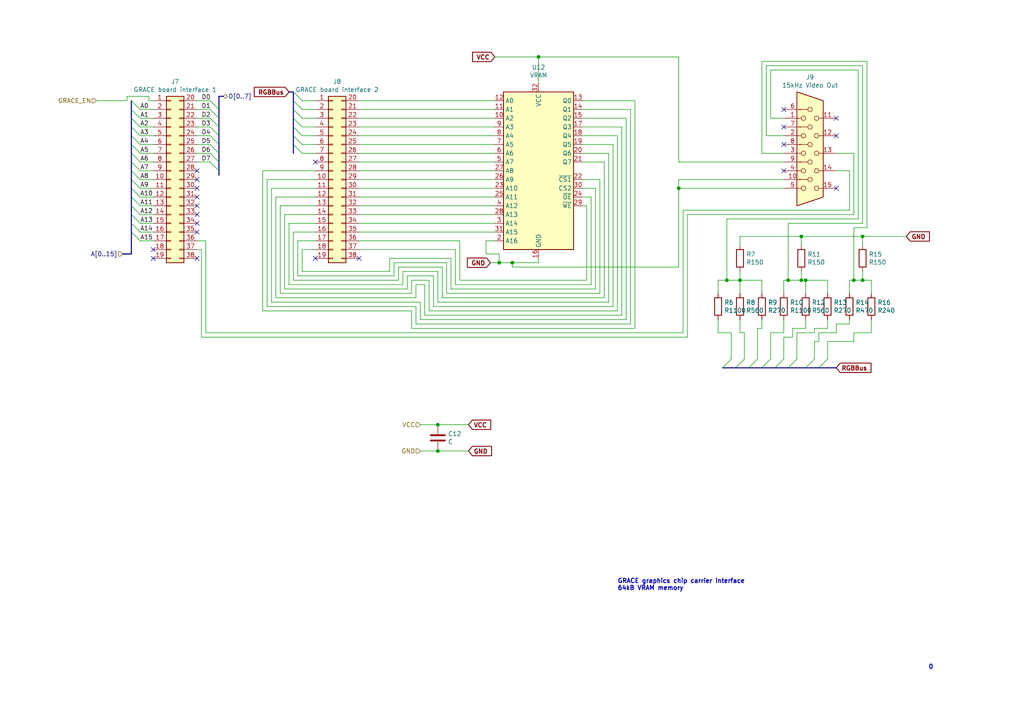
<source format=kicad_sch>
(kicad_sch (version 20231120) (generator "eeschema") (generator_version "8.0")
  (paper "A4")
  (lib_symbols
    (symbol "Connector_Generic:Conn_02x19_Top_Bottom" (pin_names (offset 1.016) hide)
      (property "Reference" "J" (at 1.27 25.4 0))
      (property "Value" "Conn_02x19_Top_Bottom" (at 1.27 -25.4 0))
      (symbol "Conn_02x19_Top_Bottom_1_1"
        (rectangle (start -1.27 -22.733) (end 0 -22.987) (stroke (width 0.1524)))
        (rectangle (start -1.27 -20.193) (end 0 -20.447) (stroke (width 0.1524)))
        (rectangle (start -1.27 -17.653) (end 0 -17.907) (stroke (width 0.1524)))
        (rectangle (start -1.27 -15.113) (end 0 -15.367) (stroke (width 0.1524)))
        (rectangle (start -1.27 -12.573) (end 0 -12.827) (stroke (width 0.1524)))
        (rectangle (start -1.27 -10.033) (end 0 -10.287) (stroke (width 0.1524)))
        (rectangle (start -1.27 -7.493) (end 0 -7.747) (stroke (width 0.1524)))
        (rectangle (start -1.27 -4.953) (end 0 -5.207) (stroke (width 0.1524)))
        (rectangle (start -1.27 -2.413) (end 0 -2.667) (stroke (width 0.1524)))
        (rectangle (start -1.27 0.127) (end 0 -0.127) (stroke (width 0.1524)))
        (rectangle (start -1.27 2.667) (end 0 2.413) (stroke (width 0.1524)))
        (rectangle (start -1.27 5.207) (end 0 4.953) (stroke (width 0.1524)))
        (rectangle (start -1.27 7.747) (end 0 7.493) (stroke (width 0.1524)))
        (rectangle (start -1.27 10.287) (end 0 10.033) (stroke (width 0.1524)))
        (rectangle (start -1.27 12.827) (end 0 12.573) (stroke (width 0.1524)))
        (rectangle (start -1.27 15.367) (end 0 15.113) (stroke (width 0.1524)))
        (rectangle (start -1.27 17.907) (end 0 17.653) (stroke (width 0.1524)))
        (rectangle (start -1.27 20.447) (end 0 20.193) (stroke (width 0.1524)))
        (rectangle (start -1.27 22.987) (end 0 22.733) (stroke (width 0.1524)))
        (rectangle (start -1.27 24.13) (end 3.81 -24.13) (stroke (width 0.254)) (fill (type background)))
        (rectangle (start 3.81 -22.733) (end 2.54 -22.987) (stroke (width 0.1524)))
        (rectangle (start 3.81 -20.193) (end 2.54 -20.447) (stroke (width 0.1524)))
        (rectangle (start 3.81 -17.653) (end 2.54 -17.907) (stroke (width 0.1524)))
        (rectangle (start 3.81 -15.113) (end 2.54 -15.367) (stroke (width 0.1524)))
        (rectangle (start 3.81 -12.573) (end 2.54 -12.827) (stroke (width 0.1524)))
        (rectangle (start 3.81 -10.033) (end 2.54 -10.287) (stroke (width 0.1524)))
        (rectangle (start 3.81 -7.493) (end 2.54 -7.747) (stroke (width 0.1524)))
        (rectangle (start 3.81 -4.953) (end 2.54 -5.207) (stroke (width 0.1524)))
        (rectangle (start 3.81 -2.413) (end 2.54 -2.667) (stroke (width 0.1524)))
        (rectangle (start 3.81 0.127) (end 2.54 -0.127) (stroke (width 0.1524)))
        (rectangle (start 3.81 2.667) (end 2.54 2.413) (stroke (width 0.1524)))
        (rectangle (start 3.81 5.207) (end 2.54 4.953) (stroke (width 0.1524)))
        (rectangle (start 3.81 7.747) (end 2.54 7.493) (stroke (width 0.1524)))
        (rectangle (start 3.81 10.287) (end 2.54 10.033) (stroke (width 0.1524)))
        (rectangle (start 3.81 12.827) (end 2.54 12.573) (stroke (width 0.1524)))
        (rectangle (start 3.81 15.367) (end 2.54 15.113) (stroke (width 0.1524)))
        (rectangle (start 3.81 17.907) (end 2.54 17.653) (stroke (width 0.1524)))
        (rectangle (start 3.81 20.447) (end 2.54 20.193) (stroke (width 0.1524)))
        (rectangle (start 3.81 22.987) (end 2.54 22.733) (stroke (width 0.1524)))
        (pin passive line (at -5.08 22.86 0) (length 3.81) (name "Pin_1") (number "1"))
        (pin passive line (at -5.08 0 0) (length 3.81) (name "Pin_10") (number "10"))
        (pin passive line (at -5.08 -2.54 0) (length 3.81) (name "Pin_11") (number "11"))
        (pin passive line (at -5.08 -5.08 0) (length 3.81) (name "Pin_12") (number "12"))
        (pin passive line (at -5.08 -7.62 0) (length 3.81) (name "Pin_13") (number "13"))
        (pin passive line (at -5.08 -10.16 0) (length 3.81) (name "Pin_14") (number "14"))
        (pin passive line (at -5.08 -12.7 0) (length 3.81) (name "Pin_15") (number "15"))
        (pin passive line (at -5.08 -15.24 0) (length 3.81) (name "Pin_16") (number "16"))
        (pin passive line (at -5.08 -17.78 0) (length 3.81) (name "Pin_17") (number "17"))
        (pin passive line (at -5.08 -20.32 0) (length 3.81) (name "Pin_18") (number "18"))
        (pin passive line (at -5.08 -22.86 0) (length 3.81) (name "Pin_19") (number "19"))
        (pin passive line (at -5.08 20.32 0) (length 3.81) (name "Pin_2") (number "2"))
        (pin passive line (at 7.62 22.86 180) (length 3.81) (name "Pin_20") (number "20"))
        (pin passive line (at 7.62 20.32 180) (length 3.81) (name "Pin_21") (number "21"))
        (pin passive line (at 7.62 17.78 180) (length 3.81) (name "Pin_22") (number "22"))
        (pin passive line (at 7.62 15.24 180) (length 3.81) (name "Pin_23") (number "23"))
        (pin passive line (at 7.62 12.7 180) (length 3.81) (name "Pin_24") (number "24"))
        (pin passive line (at 7.62 10.16 180) (length 3.81) (name "Pin_25") (number "25"))
        (pin passive line (at 7.62 7.62 180) (length 3.81) (name "Pin_26") (number "26"))
        (pin passive line (at 7.62 5.08 180) (length 3.81) (name "Pin_27") (number "27"))
        (pin passive line (at 7.62 2.54 180) (length 3.81) (name "Pin_28") (number "28"))
        (pin passive line (at 7.62 0 180) (length 3.81) (name "Pin_29") (number "29"))
        (pin passive line (at -5.08 17.78 0) (length 3.81) (name "Pin_3") (number "3"))
        (pin passive line (at 7.62 -2.54 180) (length 3.81) (name "Pin_30") (number "30"))
        (pin passive line (at 7.62 -5.08 180) (length 3.81) (name "Pin_31") (number "31"))
        (pin passive line (at 7.62 -7.62 180) (length 3.81) (name "Pin_32") (number "32"))
        (pin passive line (at 7.62 -10.16 180) (length 3.81) (name "Pin_33") (number "33"))
        (pin passive line (at 7.62 -12.7 180) (length 3.81) (name "Pin_34") (number "34"))
        (pin passive line (at 7.62 -15.24 180) (length 3.81) (name "Pin_35") (number "35"))
        (pin passive line (at 7.62 -17.78 180) (length 3.81) (name "Pin_36") (number "36"))
        (pin passive line (at 7.62 -20.32 180) (length 3.81) (name "Pin_37") (number "37"))
        (pin passive line (at 7.62 -22.86 180) (length 3.81) (name "Pin_38") (number "38"))
        (pin passive line (at -5.08 15.24 0) (length 3.81) (name "Pin_4") (number "4"))
        (pin passive line (at -5.08 12.7 0) (length 3.81) (name "Pin_5") (number "5"))
        (pin passive line (at -5.08 10.16 0) (length 3.81) (name "Pin_6") (number "6"))
        (pin passive line (at -5.08 7.62 0) (length 3.81) (name "Pin_7") (number "7"))
        (pin passive line (at -5.08 5.08 0) (length 3.81) (name "Pin_8") (number "8"))
        (pin passive line (at -5.08 2.54 0) (length 3.81) (name "Pin_9") (number "9"))
      )
    )
    (symbol "Device:C" (pin_numbers hide) (pin_names (offset 0.254))
      (property "Reference" "C" (at 0.635 2.54 0))
      (property "Value" "C" (at 0.635 -2.54 0))
      (symbol "C_0_1"
        (polyline (pts (xy -2.032 -0.762) (xy 2.032 -0.762)) (stroke (width 0.508)))
        (polyline (pts (xy -2.032 0.762) (xy 2.032 0.762)) (stroke (width 0.508)))
      )
      (symbol "C_1_1"
        (pin passive line (at 0 3.81 270) (length 2.794) (name "~") (number "1"))
        (pin passive line (at 0 -3.81 90) (length 2.794) (name "~") (number "2"))
      )
    )
    (symbol "Device:R" (pin_numbers hide) (pin_names (offset 0))
      (property "Reference" "R" (at 2.032 0 90))
      (property "Value" "R" (at 0 0 90))
      (symbol "R_0_1"
        (rectangle (start -1.016 -2.54) (end 1.016 2.54) (stroke (width 0.254)))
      )
      (symbol "R_1_1"
        (pin passive line (at 0 3.81 270) (length 1.27) (name "~") (number "1"))
        (pin passive line (at 0 -3.81 90) (length 1.27) (name "~") (number "2"))
      )
    )
    (symbol "Memory_RAM:628128_DIP32_SSOP32"
      (property "Reference" "U" (at -10.16 23.495 0))
      (property "Value" "628128_DIP32_SSOP32" (at 2.54 23.495 0))
      (symbol "628128_DIP32_SSOP32_0_0"
        (pin power_in line (at 0 -25.4 90) (length 2.54) (name "GND") (number "16"))
        (pin power_in line (at 0 25.4 270) (length 2.54) (name "VCC") (number "32"))
      )
      (symbol "628128_DIP32_SSOP32_0_1"
        (rectangle (start -10.16 22.86) (end 10.16 -22.86) (stroke (width 0.254)) (fill (type background)))
      )
      (symbol "628128_DIP32_SSOP32_1_1"
        (pin no_connect line (at 10.16 -20.32 180) (length 2.54) hide (name "NC") (number "1"))
        (pin input line (at -12.7 15.24 0) (length 2.54) (name "A2") (number "10"))
        (pin input line (at -12.7 17.78 0) (length 2.54) (name "A1") (number "11"))
        (pin input line (at -12.7 20.32 0) (length 2.54) (name "A0") (number "12"))
        (pin tri_state line (at 12.7 20.32 180) (length 2.54) (name "Q0") (number "13"))
        (pin tri_state line (at 12.7 17.78 180) (length 2.54) (name "Q1") (number "14"))
        (pin tri_state line (at 12.7 15.24 180) (length 2.54) (name "Q2") (number "15"))
        (pin tri_state line (at 12.7 12.7 180) (length 2.54) (name "Q3") (number "17"))
        (pin tri_state line (at 12.7 10.16 180) (length 2.54) (name "Q4") (number "18"))
        (pin tri_state line (at 12.7 7.62 180) (length 2.54) (name "Q5") (number "19"))
        (pin input line (at -12.7 -20.32 0) (length 2.54) (name "A16") (number "2"))
        (pin tri_state line (at 12.7 5.08 180) (length 2.54) (name "Q6") (number "20"))
        (pin tri_state line (at 12.7 2.54 180) (length 2.54) (name "Q7") (number "21"))
        (pin input line (at 12.7 -2.54 180) (length 2.54) (name "~{CS1}") (number "22"))
        (pin input line (at -12.7 -5.08 0) (length 2.54) (name "A10") (number "23"))
        (pin input line (at 12.7 -7.62 180) (length 2.54) (name "~{OE}") (number "24"))
        (pin input line (at -12.7 -7.62 0) (length 2.54) (name "A11") (number "25"))
        (pin input line (at -12.7 -2.54 0) (length 2.54) (name "A9") (number "26"))
        (pin input line (at -12.7 0 0) (length 2.54) (name "A8") (number "27"))
        (pin input line (at -12.7 -12.7 0) (length 2.54) (name "A13") (number "28"))
        (pin input line (at 12.7 -10.16 180) (length 2.54) (name "~{WE}") (number "29"))
        (pin input line (at -12.7 -15.24 0) (length 2.54) (name "A14") (number "3"))
        (pin input line (at 12.7 -5.08 180) (length 2.54) (name "CS2") (number "30"))
        (pin input line (at -12.7 -17.78 0) (length 2.54) (name "A15") (number "31"))
        (pin input line (at -12.7 -10.16 0) (length 2.54) (name "A12") (number "4"))
        (pin input line (at -12.7 2.54 0) (length 2.54) (name "A7") (number "5"))
        (pin input line (at -12.7 5.08 0) (length 2.54) (name "A6") (number "6"))
        (pin input line (at -12.7 7.62 0) (length 2.54) (name "A5") (number "7"))
        (pin input line (at -12.7 10.16 0) (length 2.54) (name "A4") (number "8"))
        (pin input line (at -12.7 12.7 0) (length 2.54) (name "A3") (number "9"))
      )
    )
    (symbol "Prometheus-rescue:DB15_Female_HighDensity-Connector" (pin_names (offset 1.016) hide)
      (property "Reference" "J" (at 0 21.59 0))
      (property "Value" "Connector_DB15_Female_HighDensity" (at 0 19.05 0))
      (symbol "DB15_Female_HighDensity-Connector_0_1"
        (circle (center -1.905 -10.16) (radius 0.635))
        (circle (center -1.905 -5.08) (radius 0.635))
        (circle (center -1.905 0) (radius 0.635))
        (circle (center -1.905 5.08) (radius 0.635))
        (circle (center -1.905 10.16) (radius 0.635))
        (circle (center 0 -7.62) (radius 0.635))
        (circle (center 0 -2.54) (radius 0.635))
        (polyline (pts (xy -3.175 7.62) (xy -0.635 7.62)))
        (polyline (pts (xy -0.635 -7.62) (xy -3.175 -7.62)))
        (polyline (pts (xy -0.635 -2.54) (xy -3.175 -2.54)))
        (polyline (pts (xy -0.635 2.54) (xy -3.175 2.54)))
        (polyline (pts (xy -0.635 12.7) (xy -3.175 12.7)))
        (polyline (pts (xy -3.81 17.78) (xy -3.81 -15.24) (xy 3.81 -12.7) (xy 3.81 15.24) (xy -3.81 17.78)) (stroke (width 0.254)) (fill (type background)))
        (circle (center 0 2.54) (radius 0.635))
        (circle (center 0 7.62) (radius 0.635))
        (circle (center 0 12.7) (radius 0.635))
        (circle (center 1.905 -10.16) (radius 0.635))
        (circle (center 1.905 -5.08) (radius 0.635))
        (circle (center 1.905 0) (radius 0.635))
        (circle (center 1.905 5.08) (radius 0.635))
        (circle (center 1.905 10.16) (radius 0.635))
      )
      (symbol "DB15_Female_HighDensity-Connector_1_1"
        (pin passive line (at -7.62 10.16 0) (length 5.08) (name "~") (number "1"))
        (pin passive line (at -7.62 -7.62 0) (length 5.08) (name "~") (number "10"))
        (pin passive line (at 7.62 10.16 180) (length 5.08) (name "~") (number "11"))
        (pin passive line (at 7.62 5.08 180) (length 5.08) (name "~") (number "12"))
        (pin passive line (at 7.62 0 180) (length 5.08) (name "~") (number "13"))
        (pin passive line (at 7.62 -5.08 180) (length 5.08) (name "~") (number "14"))
        (pin passive line (at 7.62 -10.16 180) (length 5.08) (name "~") (number "15"))
        (pin passive line (at -7.62 5.08 0) (length 5.08) (name "~") (number "2"))
        (pin passive line (at -7.62 0 0) (length 5.08) (name "~") (number "3"))
        (pin passive line (at -7.62 -5.08 0) (length 5.08) (name "~") (number "4"))
        (pin passive line (at -7.62 -10.16 0) (length 5.08) (name "~") (number "5"))
        (pin passive line (at -7.62 12.7 0) (length 5.08) (name "~") (number "6"))
        (pin passive line (at -7.62 7.62 0) (length 5.08) (name "~") (number "7"))
        (pin passive line (at -7.62 2.54 0) (length 5.08) (name "~") (number "8"))
        (pin passive line (at -7.62 -2.54 0) (length 5.08) (name "~") (number "9"))
      )
    )
  )
  (junction (at 196.85 54.61))
  (junction (at 250.19 81.28))
  (junction (at 228.6 81.28))
  (junction (at 148.59 76.2))
  (junction (at 232.41 68.58))
  (junction (at 250.19 68.58))
  (junction (at 210.82 81.28))
  (junction (at 127 123.19))
  (junction (at 127 130.81))
  (junction (at 144.78 76.2))
  (junction (at 156.21 16.51))
  (junction (at 247.65 81.28))
  (junction (at 232.41 81.28))
  (junction (at 233.68 81.28))
  (junction (at 214.63 81.28))
  (no_connect (at 242.57 54.61))
  (no_connect (at 57.15 62.23))
  (no_connect (at 44.45 72.39))
  (no_connect (at 242.57 34.29))
  (no_connect (at 57.15 59.69))
  (no_connect (at 91.44 74.93))
  (no_connect (at 227.33 41.91))
  (no_connect (at 227.33 36.83))
  (no_connect (at 91.44 46.99))
  (no_connect (at 57.15 54.61))
  (no_connect (at 227.33 49.53))
  (no_connect (at 57.15 64.77))
  (no_connect (at 57.15 74.93))
  (no_connect (at 57.15 67.31))
  (no_connect (at 44.45 74.93))
  (no_connect (at 242.57 39.37))
  (no_connect (at 57.15 52.07))
  (no_connect (at 104.14 74.93))
  (no_connect (at 57.15 57.15))
  (no_connect (at 227.33 31.75))
  (no_connect (at 57.15 49.53))
  (bus_entry (at 38.1 46.99) (size 2.54 2.54))
  (bus_entry (at 60.96 46.99) (size 2.54 2.54))
  (bus_entry (at 85.09 29.21) (size 2.54 2.54))
  (bus_entry (at 38.1 52.07) (size 2.54 2.54))
  (bus_entry (at 85.09 34.29) (size 2.54 2.54))
  (bus_entry (at 60.96 36.83) (size 2.54 2.54))
  (bus_entry (at 38.1 39.37) (size 2.54 2.54))
  (bus_entry (at 60.96 34.29) (size 2.54 2.54))
  (bus_entry (at 38.1 36.83) (size 2.54 2.54))
  (bus_entry (at 38.1 34.29) (size 2.54 2.54))
  (bus_entry (at 38.1 57.15) (size 2.54 2.54))
  (bus_entry (at 60.96 39.37) (size 2.54 2.54))
  (bus_entry (at 217.17 106.68) (size 2.54 -2.54))
  (bus_entry (at 85.09 31.75) (size 2.54 2.54))
  (bus_entry (at 38.1 41.91) (size 2.54 2.54))
  (bus_entry (at 220.98 106.68) (size 2.54 -2.54))
  (bus_entry (at 38.1 29.21) (size 2.54 2.54))
  (bus_entry (at 38.1 59.69) (size 2.54 2.54))
  (bus_entry (at 237.49 106.68) (size 2.54 -2.54))
  (bus_entry (at 209.55 106.68) (size 2.54 -2.54))
  (bus_entry (at 60.96 44.45) (size 2.54 2.54))
  (bus_entry (at 38.1 54.61) (size 2.54 2.54))
  (bus_entry (at 85.09 36.83) (size 2.54 2.54))
  (bus_entry (at 38.1 49.53) (size 2.54 2.54))
  (bus_entry (at 224.79 106.68) (size 2.54 -2.54))
  (bus_entry (at 38.1 67.31) (size 2.54 2.54))
  (bus_entry (at 38.1 44.45) (size 2.54 2.54))
  (bus_entry (at 213.36 106.68) (size 2.54 -2.54))
  (bus_entry (at 228.6 106.68) (size 2.54 -2.54))
  (bus_entry (at 38.1 64.77) (size 2.54 2.54))
  (bus_entry (at 85.09 26.67) (size 2.54 2.54))
  (bus_entry (at 233.68 106.68) (size 2.54 -2.54))
  (bus_entry (at 85.09 39.37) (size 2.54 2.54))
  (bus_entry (at 60.96 31.75) (size 2.54 2.54))
  (bus_entry (at 38.1 62.23) (size 2.54 2.54))
  (bus_entry (at 60.96 41.91) (size 2.54 2.54))
  (bus_entry (at 60.96 29.21) (size 2.54 2.54))
  (bus_entry (at 38.1 31.75) (size 2.54 2.54))
  (bus_entry (at 85.09 41.91) (size 2.54 2.54))
  (wire (pts (xy 129.54 85.09) (xy 129.54 76.2)))
  (wire (pts (xy 214.63 85.09) (xy 214.63 81.28)))
  (wire (pts (xy 236.22 99.06) (xy 237.49 99.06)))
  (wire (pts (xy 142.24 76.2) (xy 144.78 76.2)))
  (wire (pts (xy 168.91 36.83) (xy 180.34 36.83)))
  (wire (pts (xy 236.22 95.25) (xy 240.03 95.25)))
  (bus (pts (xy 217.17 106.68) (xy 220.98 106.68)))
  (wire (pts (xy 133.35 81.28) (xy 133.35 69.85)))
  (wire (pts (xy 156.21 24.13) (xy 156.21 16.51)))
  (wire (pts (xy 40.64 54.61) (xy 44.45 54.61)))
  (bus (pts (xy 38.1 62.23) (xy 38.1 64.77)))
  (bus (pts (xy 85.09 26.67) (xy 85.09 29.21)))
  (wire (pts (xy 168.91 31.75) (xy 182.88 31.75)))
  (wire (pts (xy 223.52 96.52) (xy 227.33 96.52)))
  (wire (pts (xy 124.46 81.28) (xy 119.38 81.28)))
  (wire (pts (xy 168.91 52.07) (xy 173.99 52.07)))
  (wire (pts (xy 227.33 85.09) (xy 227.33 81.28)))
  (wire (pts (xy 57.15 31.75) (xy 60.96 31.75)))
  (wire (pts (xy 250.19 64.77) (xy 250.19 19.05)))
  (wire (pts (xy 143.51 34.29) (xy 104.14 34.29)))
  (wire (pts (xy 81.28 59.69) (xy 91.44 59.69)))
  (wire (pts (xy 86.36 69.85) (xy 91.44 69.85)))
  (wire (pts (xy 40.64 62.23) (xy 44.45 62.23)))
  (wire (pts (xy 182.88 93.98) (xy 120.65 93.98)))
  (wire (pts (xy 40.64 31.75) (xy 44.45 31.75)))
  (bus (pts (xy 63.5 31.75) (xy 63.5 34.29)))
  (wire (pts (xy 231.14 96.52) (xy 236.22 96.52)))
  (wire (pts (xy 220.98 85.09) (xy 220.98 81.28)))
  (wire (pts (xy 222.25 39.37) (xy 227.33 39.37)))
  (bus (pts (xy 63.5 39.37) (xy 63.5 41.91)))
  (wire (pts (xy 196.85 16.51) (xy 156.21 16.51)))
  (wire (pts (xy 82.55 62.23) (xy 91.44 62.23)))
  (bus (pts (xy 209.55 106.68) (xy 213.36 106.68)))
  (wire (pts (xy 168.91 59.69) (xy 170.18 59.69)))
  (wire (pts (xy 168.91 57.15) (xy 171.45 57.15)))
  (wire (pts (xy 40.64 52.07) (xy 44.45 52.07)))
  (wire (pts (xy 168.91 39.37) (xy 179.07 39.37)))
  (wire (pts (xy 176.53 44.45) (xy 176.53 87.63)))
  (wire (pts (xy 168.91 29.21) (xy 184.15 29.21)))
  (wire (pts (xy 247.65 66.04) (xy 251.46 66.04)))
  (wire (pts (xy 87.63 72.39) (xy 91.44 72.39)))
  (wire (pts (xy 114.3 76.2) (xy 114.3 80.01)))
  (wire (pts (xy 40.64 41.91) (xy 44.45 41.91)))
  (wire (pts (xy 133.35 69.85) (xy 104.14 69.85)))
  (wire (pts (xy 247.65 81.28) (xy 247.65 66.04)))
  (wire (pts (xy 214.63 68.58) (xy 232.41 68.58)))
  (wire (pts (xy 246.38 81.28) (xy 247.65 81.28)))
  (wire (pts (xy 220.98 81.28) (xy 214.63 81.28)))
  (wire (pts (xy 210.82 81.28) (xy 214.63 81.28)))
  (wire (pts (xy 91.44 31.75) (xy 87.63 31.75)))
  (wire (pts (xy 76.2 90.17) (xy 76.2 49.53)))
  (wire (pts (xy 87.63 78.74) (xy 87.63 72.39)))
  (wire (pts (xy 143.51 67.31) (xy 104.14 67.31)))
  (wire (pts (xy 227.33 97.79) (xy 229.87 97.79)))
  (wire (pts (xy 36.83 27.94) (xy 43.18 27.94)))
  (wire (pts (xy 198.12 60.96) (xy 198.12 96.52)))
  (bus (pts (xy 38.1 39.37) (xy 38.1 41.91)))
  (wire (pts (xy 59.69 69.85) (xy 57.15 69.85)))
  (wire (pts (xy 246.38 85.09) (xy 246.38 81.28)))
  (wire (pts (xy 119.38 90.17) (xy 76.2 90.17)))
  (wire (pts (xy 143.51 46.99) (xy 104.14 46.99)))
  (bus (pts (xy 38.1 52.07) (xy 38.1 54.61)))
  (wire (pts (xy 43.18 27.94) (xy 43.18 29.21)))
  (wire (pts (xy 91.44 34.29) (xy 87.63 34.29)))
  (bus (pts (xy 63.5 49.53) (xy 63.5 50.8)))
  (bus (pts (xy 38.1 36.83) (xy 38.1 39.37)))
  (wire (pts (xy 237.49 99.06) (xy 237.49 96.52)))
  (wire (pts (xy 77.47 88.9) (xy 77.47 52.07)))
  (wire (pts (xy 208.28 85.09) (xy 208.28 81.28)))
  (wire (pts (xy 251.46 17.78) (xy 220.98 17.78)))
  (wire (pts (xy 125.73 80.01) (xy 125.73 88.9)))
  (wire (pts (xy 57.15 44.45) (xy 60.96 44.45)))
  (wire (pts (xy 140.97 73.66) (xy 144.78 73.66)))
  (wire (pts (xy 58.42 72.39) (xy 57.15 72.39)))
  (wire (pts (xy 40.64 36.83) (xy 44.45 36.83)))
  (wire (pts (xy 250.19 19.05) (xy 222.25 19.05)))
  (wire (pts (xy 196.85 54.61) (xy 196.85 77.47)))
  (bus (pts (xy 85.09 41.91) (xy 85.09 44.45)))
  (wire (pts (xy 143.51 39.37) (xy 104.14 39.37)))
  (wire (pts (xy 242.57 93.98) (xy 246.38 93.98)))
  (wire (pts (xy 27.94 29.21) (xy 36.83 29.21)))
  (wire (pts (xy 223.52 34.29) (xy 227.33 34.29)))
  (wire (pts (xy 233.68 95.25) (xy 233.68 92.71)))
  (wire (pts (xy 236.22 99.06) (xy 236.22 104.14)))
  (wire (pts (xy 127 123.19) (xy 135.89 123.19)))
  (wire (pts (xy 130.81 74.93) (xy 113.03 74.93)))
  (bus (pts (xy 63.5 36.83) (xy 63.5 39.37)))
  (bus (pts (xy 38.1 59.69) (xy 38.1 62.23)))
  (wire (pts (xy 240.03 99.06) (xy 240.03 104.14)))
  (wire (pts (xy 128.27 77.47) (xy 115.57 77.47)))
  (bus (pts (xy 85.09 31.75) (xy 85.09 34.29)))
  (wire (pts (xy 262.89 68.58) (xy 250.19 68.58)))
  (wire (pts (xy 168.91 54.61) (xy 172.72 54.61)))
  (wire (pts (xy 40.64 34.29) (xy 44.45 34.29)))
  (wire (pts (xy 196.85 46.99) (xy 196.85 16.51)))
  (wire (pts (xy 247.65 44.45) (xy 247.65 62.23)))
  (bus (pts (xy 38.1 67.31) (xy 38.1 73.66)))
  (wire (pts (xy 240.03 81.28) (xy 233.68 81.28)))
  (wire (pts (xy 247.65 81.28) (xy 250.19 81.28)))
  (wire (pts (xy 91.44 29.21) (xy 87.63 29.21)))
  (wire (pts (xy 168.91 46.99) (xy 175.26 46.99)))
  (wire (pts (xy 127 78.74) (xy 116.84 78.74)))
  (wire (pts (xy 57.15 34.29) (xy 60.96 34.29)))
  (wire (pts (xy 156.21 76.2) (xy 156.21 74.93)))
  (wire (pts (xy 148.59 77.47) (xy 148.59 76.2)))
  (wire (pts (xy 179.07 39.37) (xy 179.07 90.17)))
  (wire (pts (xy 148.59 76.2) (xy 156.21 76.2)))
  (wire (pts (xy 232.41 68.58) (xy 250.19 68.58)))
  (wire (pts (xy 115.57 81.28) (xy 85.09 81.28)))
  (wire (pts (xy 227.33 81.28) (xy 228.6 81.28)))
  (wire (pts (xy 120.65 82.55) (xy 120.65 86.36)))
  (wire (pts (xy 247.65 96.52) (xy 252.73 96.52)))
  (wire (pts (xy 143.51 36.83) (xy 104.14 36.83)))
  (wire (pts (xy 86.36 80.01) (xy 86.36 69.85)))
  (wire (pts (xy 236.22 96.52) (xy 236.22 95.25)))
  (wire (pts (xy 57.15 41.91) (xy 60.96 41.91)))
  (wire (pts (xy 143.51 59.69) (xy 104.14 59.69)))
  (wire (pts (xy 40.64 67.31) (xy 44.45 67.31)))
  (wire (pts (xy 252.73 85.09) (xy 252.73 81.28)))
  (wire (pts (xy 143.51 64.77) (xy 104.14 64.77)))
  (wire (pts (xy 128.27 77.47) (xy 128.27 86.36)))
  (wire (pts (xy 233.68 85.09) (xy 233.68 81.28)))
  (wire (pts (xy 176.53 87.63) (xy 127 87.63)))
  (wire (pts (xy 127 130.81) (xy 135.89 130.81)))
  (wire (pts (xy 232.41 81.28) (xy 232.41 78.74)))
  (wire (pts (xy 143.51 52.07) (xy 104.14 52.07)))
  (wire (pts (xy 120.65 88.9) (xy 77.47 88.9)))
  (wire (pts (xy 40.64 49.53) (xy 44.45 49.53)))
  (wire (pts (xy 143.51 31.75) (xy 104.14 31.75)))
  (bus (pts (xy 220.98 106.68) (xy 224.79 106.68)))
  (wire (pts (xy 124.46 81.28) (xy 124.46 90.17)))
  (wire (pts (xy 40.64 46.99) (xy 44.45 46.99)))
  (wire (pts (xy 233.68 81.28) (xy 232.41 81.28)))
  (wire (pts (xy 144.78 76.2) (xy 148.59 76.2)))
  (wire (pts (xy 129.54 76.2) (xy 114.3 76.2)))
  (wire (pts (xy 219.71 95.25) (xy 219.71 104.14)))
  (bus (pts (xy 63.5 44.45) (xy 63.5 46.99)))
  (wire (pts (xy 246.38 60.96) (xy 198.12 60.96)))
  (wire (pts (xy 181.61 92.71) (xy 121.92 92.71)))
  (bus (pts (xy 38.1 46.99) (xy 38.1 49.53)))
  (wire (pts (xy 40.64 64.77) (xy 44.45 64.77)))
  (wire (pts (xy 85.09 81.28) (xy 85.09 67.31)))
  (wire (pts (xy 184.15 95.25) (xy 119.38 95.25)))
  (wire (pts (xy 118.11 80.01) (xy 118.11 83.82)))
  (wire (pts (xy 119.38 85.09) (xy 81.28 85.09)))
  (wire (pts (xy 252.73 81.28) (xy 250.19 81.28)))
  (wire (pts (xy 246.38 49.53) (xy 246.38 60.96)))
  (wire (pts (xy 214.63 96.52) (xy 214.63 92.71)))
  (wire (pts (xy 91.44 44.45) (xy 87.63 44.45)))
  (wire (pts (xy 121.92 123.19) (xy 127 123.19)))
  (wire (pts (xy 143.51 41.91) (xy 104.14 41.91)))
  (wire (pts (xy 173.99 85.09) (xy 129.54 85.09)))
  (wire (pts (xy 242.57 44.45) (xy 247.65 44.45)))
  (wire (pts (xy 40.64 39.37) (xy 44.45 39.37)))
  (wire (pts (xy 242.57 49.53) (xy 246.38 49.53)))
  (wire (pts (xy 120.65 86.36) (xy 80.01 86.36)))
  (wire (pts (xy 76.2 49.53) (xy 91.44 49.53)))
  (wire (pts (xy 43.18 29.21) (xy 44.45 29.21)))
  (wire (pts (xy 248.92 63.5) (xy 248.92 20.32)))
  (wire (pts (xy 85.09 67.31) (xy 91.44 67.31)))
  (wire (pts (xy 143.51 69.85) (xy 140.97 69.85)))
  (wire (pts (xy 247.65 99.06) (xy 247.65 96.52)))
  (wire (pts (xy 58.42 97.79) (xy 58.42 72.39)))
  (wire (pts (xy 227.33 97.79) (xy 227.33 104.14)))
  (wire (pts (xy 231.14 96.52) (xy 231.14 104.14)))
  (bus (pts (xy 85.09 29.21) (xy 85.09 31.75)))
  (wire (pts (xy 123.19 91.44) (xy 123.19 82.55)))
  (wire (pts (xy 173.99 52.07) (xy 173.99 85.09)))
  (wire (pts (xy 180.34 91.44) (xy 123.19 91.44)))
  (wire (pts (xy 40.64 69.85) (xy 44.45 69.85)))
  (wire (pts (xy 227.33 54.61) (xy 196.85 54.61)))
  (wire (pts (xy 228.6 81.28) (xy 232.41 81.28)))
  (wire (pts (xy 210.82 81.28) (xy 210.82 63.5)))
  (bus (pts (xy 63.5 41.91) (xy 63.5 44.45)))
  (wire (pts (xy 182.88 31.75) (xy 182.88 93.98)))
  (bus (pts (xy 237.49 106.68) (xy 242.57 106.68)))
  (bus (pts (xy 38.1 41.91) (xy 38.1 44.45)))
  (wire (pts (xy 199.39 97.79) (xy 58.42 97.79)))
  (bus (pts (xy 38.1 64.77) (xy 38.1 67.31)))
  (wire (pts (xy 223.52 20.32) (xy 223.52 34.29)))
  (bus (pts (xy 85.09 26.67) (xy 83.82 26.67)))
  (wire (pts (xy 252.73 96.52) (xy 252.73 92.71)))
  (wire (pts (xy 143.51 54.61) (xy 104.14 54.61)))
  (wire (pts (xy 125.73 80.01) (xy 118.11 80.01)))
  (wire (pts (xy 248.92 20.32) (xy 223.52 20.32)))
  (bus (pts (xy 233.68 106.68) (xy 237.49 106.68)))
  (bus (pts (xy 228.6 106.68) (xy 233.68 106.68)))
  (wire (pts (xy 59.69 96.52) (xy 59.69 69.85)))
  (wire (pts (xy 250.19 81.28) (xy 250.19 78.74)))
  (wire (pts (xy 171.45 57.15) (xy 171.45 82.55)))
  (bus (pts (xy 38.1 34.29) (xy 38.1 36.83)))
  (wire (pts (xy 223.52 96.52) (xy 223.52 104.14)))
  (bus (pts (xy 63.5 27.94) (xy 64.77 27.94)))
  (wire (pts (xy 247.65 62.23) (xy 199.39 62.23)))
  (wire (pts (xy 232.41 68.58) (xy 232.41 71.12)))
  (wire (pts (xy 36.83 29.21) (xy 36.83 27.94)))
  (wire (pts (xy 115.57 77.47) (xy 115.57 81.28)))
  (wire (pts (xy 199.39 62.23) (xy 199.39 97.79)))
  (wire (pts (xy 242.57 96.52) (xy 242.57 93.98)))
  (wire (pts (xy 215.9 96.52) (xy 215.9 104.14)))
  (wire (pts (xy 171.45 82.55) (xy 132.08 82.55)))
  (wire (pts (xy 170.18 81.28) (xy 133.35 81.28)))
  (wire (pts (xy 78.74 87.63) (xy 78.74 54.61)))
  (wire (pts (xy 156.21 16.51) (xy 143.51 16.51)))
  (wire (pts (xy 120.65 93.98) (xy 120.65 88.9)))
  (wire (pts (xy 220.98 95.25) (xy 220.98 92.71)))
  (wire (pts (xy 121.92 87.63) (xy 78.74 87.63)))
  (wire (pts (xy 181.61 34.29) (xy 181.61 92.71)))
  (wire (pts (xy 172.72 83.82) (xy 130.81 83.82)))
  (wire (pts (xy 144.78 73.66) (xy 144.78 76.2)))
  (wire (pts (xy 121.92 92.71) (xy 121.92 87.63)))
  (wire (pts (xy 57.15 29.21) (xy 60.96 29.21)))
  (wire (pts (xy 212.09 96.52) (xy 212.09 104.14)))
  (wire (pts (xy 175.26 86.36) (xy 128.27 86.36)))
  (wire (pts (xy 118.11 83.82) (xy 82.55 83.82)))
  (wire (pts (xy 40.64 57.15) (xy 44.45 57.15)))
  (wire (pts (xy 132.08 72.39) (xy 104.14 72.39)))
  (wire (pts (xy 251.46 66.04) (xy 251.46 17.78)))
  (wire (pts (xy 116.84 82.55) (xy 83.82 82.55)))
  (wire (pts (xy 113.03 74.93) (xy 113.03 78.74)))
  (wire (pts (xy 196.85 77.47) (xy 148.59 77.47)))
  (wire (pts (xy 78.74 54.61) (xy 91.44 54.61)))
  (wire (pts (xy 130.81 83.82) (xy 130.81 74.93)))
  (wire (pts (xy 227.33 96.52) (xy 227.33 92.71)))
  (wire (pts (xy 240.03 99.06) (xy 247.65 99.06)))
  (wire (pts (xy 220.98 44.45) (xy 227.33 44.45)))
  (bus (pts (xy 63.5 34.29) (xy 63.5 36.83)))
  (bus (pts (xy 85.09 34.29) (xy 85.09 36.83)))
  (wire (pts (xy 40.64 59.69) (xy 44.45 59.69)))
  (wire (pts (xy 208.28 81.28) (xy 210.82 81.28)))
  (bus (pts (xy 38.1 29.21) (xy 38.1 31.75)))
  (wire (pts (xy 40.64 44.45) (xy 44.45 44.45)))
  (wire (pts (xy 229.87 95.25) (xy 233.68 95.25)))
  (wire (pts (xy 91.44 36.83) (xy 87.63 36.83)))
  (wire (pts (xy 114.3 80.01) (xy 86.36 80.01)))
  (wire (pts (xy 168.91 41.91) (xy 177.8 41.91)))
  (bus (pts (xy 38.1 54.61) (xy 38.1 57.15)))
  (wire (pts (xy 184.15 29.21) (xy 184.15 95.25)))
  (wire (pts (xy 80.01 86.36) (xy 80.01 57.15)))
  (wire (pts (xy 219.71 95.25) (xy 220.98 95.25)))
  (wire (pts (xy 81.28 85.09) (xy 81.28 59.69)))
  (wire (pts (xy 175.26 46.99) (xy 175.26 86.36)))
  (bus (pts (xy 63.5 46.99) (xy 63.5 49.53)))
  (wire (pts (xy 180.34 36.83) (xy 180.34 91.44)))
  (wire (pts (xy 57.15 46.99) (xy 60.96 46.99)))
  (wire (pts (xy 210.82 63.5) (xy 248.92 63.5)))
  (wire (pts (xy 168.91 34.29) (xy 181.61 34.29)))
  (bus (pts (xy 38.1 57.15) (xy 38.1 59.69)))
  (wire (pts (xy 132.08 82.55) (xy 132.08 72.39)))
  (bus (pts (xy 38.1 49.53) (xy 38.1 52.07)))
  (wire (pts (xy 104.14 29.21) (xy 143.51 29.21)))
  (wire (pts (xy 77.47 52.07) (xy 91.44 52.07)))
  (wire (pts (xy 228.6 64.77) (xy 250.19 64.77)))
  (wire (pts (xy 121.92 130.81) (xy 127 130.81)))
  (wire (pts (xy 143.51 49.53) (xy 104.14 49.53)))
  (wire (pts (xy 170.18 59.69) (xy 170.18 81.28)))
  (wire (pts (xy 196.85 52.07) (xy 196.85 54.61)))
  (wire (pts (xy 177.8 88.9) (xy 125.73 88.9)))
  (wire (pts (xy 240.03 95.25) (xy 240.03 92.71)))
  (wire (pts (xy 227.33 46.99) (xy 196.85 46.99)))
  (bus (pts (xy 38.1 44.45) (xy 38.1 46.99)))
  (bus (pts (xy 63.5 27.94) (xy 63.5 31.75)))
  (wire (pts (xy 212.09 96.52) (xy 208.28 96.52)))
  (bus (pts (xy 85.09 39.37) (xy 85.09 41.91)))
  (wire (pts (xy 229.87 97.79) (xy 229.87 95.25)))
  (wire (pts (xy 127 78.74) (xy 127 87.63)))
  (wire (pts (xy 208.28 96.52) (xy 208.28 92.71)))
  (wire (pts (xy 116.84 78.74) (xy 116.84 82.55)))
  (bus (pts (xy 85.09 36.83) (xy 85.09 39.37)))
  (wire (pts (xy 82.55 83.82) (xy 82.55 62.23)))
  (wire (pts (xy 177.8 41.91) (xy 177.8 88.9)))
  (bus (pts (xy 38.1 31.75) (xy 38.1 34.29)))
  (wire (pts (xy 83.82 64.77) (xy 91.44 64.77)))
  (bus (pts (xy 224.79 106.68) (xy 228.6 106.68)))
  (wire (pts (xy 215.9 96.52) (xy 214.63 96.52)))
  (wire (pts (xy 91.44 41.91) (xy 87.63 41.91)))
  (wire (pts (xy 172.72 54.61) (xy 172.72 83.82)))
  (wire (pts (xy 123.19 82.55) (xy 120.65 82.55)))
  (bus (pts (xy 38.1 73.66) (xy 35.56 73.66)))
  (wire (pts (xy 220.98 17.78) (xy 220.98 44.45)))
  (wire (pts (xy 91.44 39.37) (xy 87.63 39.37)))
  (wire (pts (xy 87.63 78.74) (xy 113.03 78.74)))
  (wire (pts (xy 179.07 90.17) (xy 124.46 90.17)))
  (wire (pts (xy 228.6 81.28) (xy 228.6 64.77)))
  (wire (pts (xy 250.19 68.58) (xy 250.19 71.12)))
  (wire (pts (xy 119.38 95.25) (xy 119.38 90.17)))
  (wire (pts (xy 168.91 44.45) (xy 176.53 44.45)))
  (wire (pts (xy 143.51 44.45) (xy 104.14 44.45)))
  (wire (pts (xy 198.12 96.52) (xy 59.69 96.52)))
  (wire (pts (xy 140.97 69.85) (xy 140.97 73.66)))
  (wire (pts (xy 227.33 52.07) (xy 196.85 52.07)))
  (wire (pts (xy 83.82 82.55) (xy 83.82 64.77)))
  (wire (pts (xy 214.63 81.28) (xy 214.63 78.74)))
  (wire (pts (xy 237.49 96.52) (xy 242.57 96.52)))
  (wire (pts (xy 143.51 62.23) (xy 104.14 62.23)))
  (wire (pts (xy 246.38 93.98) (xy 246.38 92.71)))
  (bus (pts (xy 213.36 106.68) (xy 217.17 106.68)))
  (wire (pts (xy 57.15 39.37) (xy 60.96 39.37)))
  (wire (pts (xy 240.03 85.09) (xy 240.03 81.28)))
  (wire (pts (xy 143.51 57.15) (xy 104.14 57.15)))
  (wire (pts (xy 80.01 57.15) (xy 91.44 57.15)))
  (wire (pts (xy 222.25 19.05) (xy 222.25 39.37)))
  (wire (pts (xy 57.15 36.83) (xy 60.96 36.83)))
  (wire (pts (xy 214.63 68.58) (xy 214.63 71.12)))
  (wire (pts (xy 119.38 81.28) (xy 119.38 85.09)))
  (text "GRACE graphics chip carrier interface\n64kB VRAM memory" (at 179.07 171.45 0) (effects (font (size 1.27 1.27) (thickness 0.254) (bold yes)) (justify left bottom)))
  (text "0" (at 269.24 194.31 0) (effects (font (size 1.27 1.27) (thickness 0.254) (bold yes)) (justify left bottom)))
  (label "A7" (at 40.64 49.53 0))
  (label "A3" (at 40.64 39.37 0))
  (label "A14" (at 40.64 67.31 0))
  (label "A6" (at 40.64 46.99 0))
  (label "A8" (at 40.64 52.07 0))
  (label "A13" (at 40.64 64.77 0))
  (label "D3" (at 58.42 36.83 0))
  (label "D2" (at 58.42 34.29 0))
  (label "A10" (at 40.64 57.15 0))
  (label "A4" (at 40.64 41.91 0))
  (label "D6" (at 58.42 44.45 0))
  (label "D4" (at 58.42 39.37 0))
  (label "A9" (at 40.64 54.61 0))
  (label "D0" (at 58.42 29.21 0))
  (label "D1" (at 58.42 31.75 0))
  (label "A2" (at 40.64 36.83 0))
  (label "D7" (at 58.42 46.99 0))
  (label "A12" (at 40.64 62.23 0))
  (label "A15" (at 40.64 69.85 0))
  (label "A0" (at 40.64 31.75 0))
  (label "D5" (at 58.42 41.91 0))
  (label "A5" (at 40.64 44.45 0))
  (label "A11" (at 40.64 59.69 0))
  (label "A1" (at 40.64 34.29 0))
  (global_label "GND" (shape input) (at 142.24 76.2 180) (effects (font (thickness 0.254) (bold yes))) (property "Intersheetrefs" "${INTERSHEET_REFS}" (effects (hide yes))))
  (global_label "RGBBus" (shape input) (at 242.57 106.68 0) (effects (font (thickness 0.254) (bold yes))) (property "Intersheetrefs" "${INTERSHEET_REFS}" (effects (hide yes))))
  (global_label "RGBBus" (shape input) (at 83.82 26.67 180) (effects (font (thickness 0.254) (bold yes))) (property "Intersheetrefs" "${INTERSHEET_REFS}" (effects (hide yes))))
  (global_label "VCC" (shape input) (at 143.51 16.51 180) (effects (font (thickness 0.254) (bold yes))) (property "Intersheetrefs" "${INTERSHEET_REFS}" (effects (hide yes))))
  (global_label "GND" (shape input) (at 135.89 130.81 0) (effects (font (thickness 0.254) (bold yes))) (property "Intersheetrefs" "${INTERSHEET_REFS}" (effects (hide yes))))
  (global_label "VCC" (shape input) (at 135.89 123.19 0) (effects (font (thickness 0.254) (bold yes))) (property "Intersheetrefs" "${INTERSHEET_REFS}" (effects (hide yes))))
  (global_label "GND" (shape input) (at 262.89 68.58 0) (effects (font (thickness 0.254) (bold yes))) (property "Intersheetrefs" "${INTERSHEET_REFS}" (effects (hide yes))))
  (hierarchical_label "GND" (shape input) (at 121.92 130.81 180))
  (hierarchical_label "A[0..15]" (shape input) (at 35.56 73.66 180))
  (hierarchical_label "D[0..7]" (shape bidirectional) (at 64.77 27.94 0))
  (hierarchical_label "GRACE_EN" (shape input) (at 27.94 29.21 180))
  (hierarchical_label "VCC" (shape input) (at 121.92 123.19 180))
  (symbol (lib_id "Connector_Generic:Conn_02x19_Top_Bottom") (at 49.53 52.07 0) (unit 1)
    (property "Reference" "J7" (at 50.8 23.6982 0))
    (property "Value" "GRACE board interface 1" (at 50.8 26.0096 0))
    (property "Footprint" "Connector_PinSocket_2.54mm:PinSocket_2x20_P2.54mm_Vertical" (effects (hide yes)))
  )
  (symbol (lib_id "Connector_Generic:Conn_02x19_Top_Bottom") (at 96.52 52.07 0) (unit 1)
    (property "Reference" "J8" (at 97.79 23.6982 0))
    (property "Value" "GRACE board interface 2" (at 97.79 26.0096 0))
    (property "Footprint" "Connector_PinSocket_2.54mm:PinSocket_2x20_P2.54mm_Vertical" (effects (hide yes)))
  )
  (symbol (lib_id "Memory_RAM:628128_DIP32_SSOP32") (at 156.21 49.53 0) (unit 1)
    (property "Reference" "U12" (at 156.21 19.5326 0))
    (property "Value" "VRAM" (at 156.21 21.844 0))
    (property "Footprint" "Package_DIP:DIP-32_W15.24mm" (effects (hide yes)))
    (property "Datasheet" "http://www.futurlec.com/Datasheet/Memory/628128.pdf" (effects (hide yes)))
  )
  (symbol (lib_id "Prometheus-rescue:DB15_Female_HighDensity-Connector") (at 234.95 44.45 0) (unit 1)
    (property "Reference" "J9" (at 234.95 22.4282 0))
    (property "Value" "15kHz Video Out" (at 234.95 24.7396 0))
    (property "Footprint" "Connector_Dsub:DSUB-15-HD_Female_Horizontal_P2.29x1.98mm_EdgePinOffset3.03mm_Housed_MountingHolesOffset4.94mm" (effects (hide yes)))
  )
  (symbol (lib_id "Device:R") (at 208.28 88.9 0) (unit 1)
    (property "Reference" "R6" (at 210.058 87.7316 0) (effects (justify left)))
    (property "Value" "R1100" (at 210.058 90.043 0) (effects (justify left)))
    (property "Footprint" "Resistor_SMD:R_0805_2012Metric_Pad1.20x1.40mm_HandSolder" (effects (hide yes)))
  )
  (symbol (lib_id "Device:R") (at 214.63 88.9 0) (unit 1)
    (property "Reference" "R8" (at 216.408 87.7316 0) (effects (justify left)))
    (property "Value" "R560" (at 216.408 90.043 0) (effects (justify left)))
    (property "Footprint" "Resistor_SMD:R_0805_2012Metric_Pad1.20x1.40mm_HandSolder" (effects (hide yes)))
  )
  (symbol (lib_id "Device:R") (at 220.98 88.9 0) (unit 1)
    (property "Reference" "R9" (at 222.758 87.7316 0) (effects (justify left)))
    (property "Value" "R270" (at 222.758 90.043 0) (effects (justify left)))
    (property "Footprint" "Resistor_SMD:R_0805_2012Metric_Pad1.20x1.40mm_HandSolder" (effects (hide yes)))
  )
  (symbol (lib_id "Device:R") (at 227.33 88.9 0) (unit 1)
    (property "Reference" "R10" (at 229.108 87.7316 0) (effects (justify left)))
    (property "Value" "R1100" (at 229.108 90.043 0) (effects (justify left)))
    (property "Footprint" "Resistor_SMD:R_0805_2012Metric_Pad1.20x1.40mm_HandSolder" (effects (hide yes)))
  )
  (symbol (lib_id "Device:R") (at 233.68 88.9 0) (unit 1)
    (property "Reference" "R12" (at 235.458 87.7316 0) (effects (justify left)))
    (property "Value" "R560" (at 235.458 90.043 0) (effects (justify left)))
    (property "Footprint" "Resistor_SMD:R_0805_2012Metric_Pad1.20x1.40mm_HandSolder" (effects (hide yes)))
  )
  (symbol (lib_id "Device:R") (at 240.03 88.9 0) (unit 1)
    (property "Reference" "R13" (at 241.808 87.7316 0) (effects (justify left)))
    (property "Value" "R270" (at 241.808 90.043 0) (effects (justify left)))
    (property "Footprint" "Resistor_SMD:R_0805_2012Metric_Pad1.20x1.40mm_HandSolder" (effects (hide yes)))
  )
  (symbol (lib_id "Device:R") (at 246.38 88.9 0) (unit 1)
    (property "Reference" "R14" (at 248.158 87.7316 0) (effects (justify left)))
    (property "Value" "R470" (at 248.158 90.043 0) (effects (justify left)))
    (property "Footprint" "Resistor_SMD:R_0805_2012Metric_Pad1.20x1.40mm_HandSolder" (effects (hide yes)))
  )
  (symbol (lib_id "Device:R") (at 252.73 88.9 0) (unit 1)
    (property "Reference" "R16" (at 254.508 87.7316 0) (effects (justify left)))
    (property "Value" "R240" (at 254.508 90.043 0) (effects (justify left)))
    (property "Footprint" "Resistor_SMD:R_0805_2012Metric_Pad1.20x1.40mm_HandSolder" (effects (hide yes)))
  )
  (symbol (lib_id "Device:R") (at 214.63 74.93 0) (unit 1)
    (property "Reference" "R7" (at 216.408 73.7616 0) (effects (justify left)))
    (property "Value" "R150" (at 216.408 76.073 0) (effects (justify left)))
    (property "Footprint" "Resistor_SMD:R_0805_2012Metric_Pad1.20x1.40mm_HandSolder" (effects (hide yes)))
  )
  (symbol (lib_id "Device:R") (at 232.41 74.93 0) (unit 1)
    (property "Reference" "R11" (at 234.188 73.7616 0) (effects (justify left)))
    (property "Value" "R150" (at 234.188 76.073 0) (effects (justify left)))
    (property "Footprint" "Resistor_SMD:R_0805_2012Metric_Pad1.20x1.40mm_HandSolder" (effects (hide yes)))
  )
  (symbol (lib_id "Device:R") (at 250.19 74.93 0) (unit 1)
    (property "Reference" "R15" (at 251.968 73.7616 0) (effects (justify left)))
    (property "Value" "R150" (at 251.968 76.073 0) (effects (justify left)))
    (property "Footprint" "Resistor_SMD:R_0805_2012Metric_Pad1.20x1.40mm_HandSolder" (effects (hide yes)))
  )
  (symbol (lib_id "Device:C") (at 127 127 0) (unit 1)
    (property "Reference" "C12" (at 129.921 125.8316 0) (effects (justify left)))
    (property "Value" "C" (at 129.921 128.143 0) (effects (justify left)))
    (property "Footprint" "Capacitor_THT:CP_Radial_D4.0mm_P1.50mm" (effects (hide yes)))
  )
)
</source>
